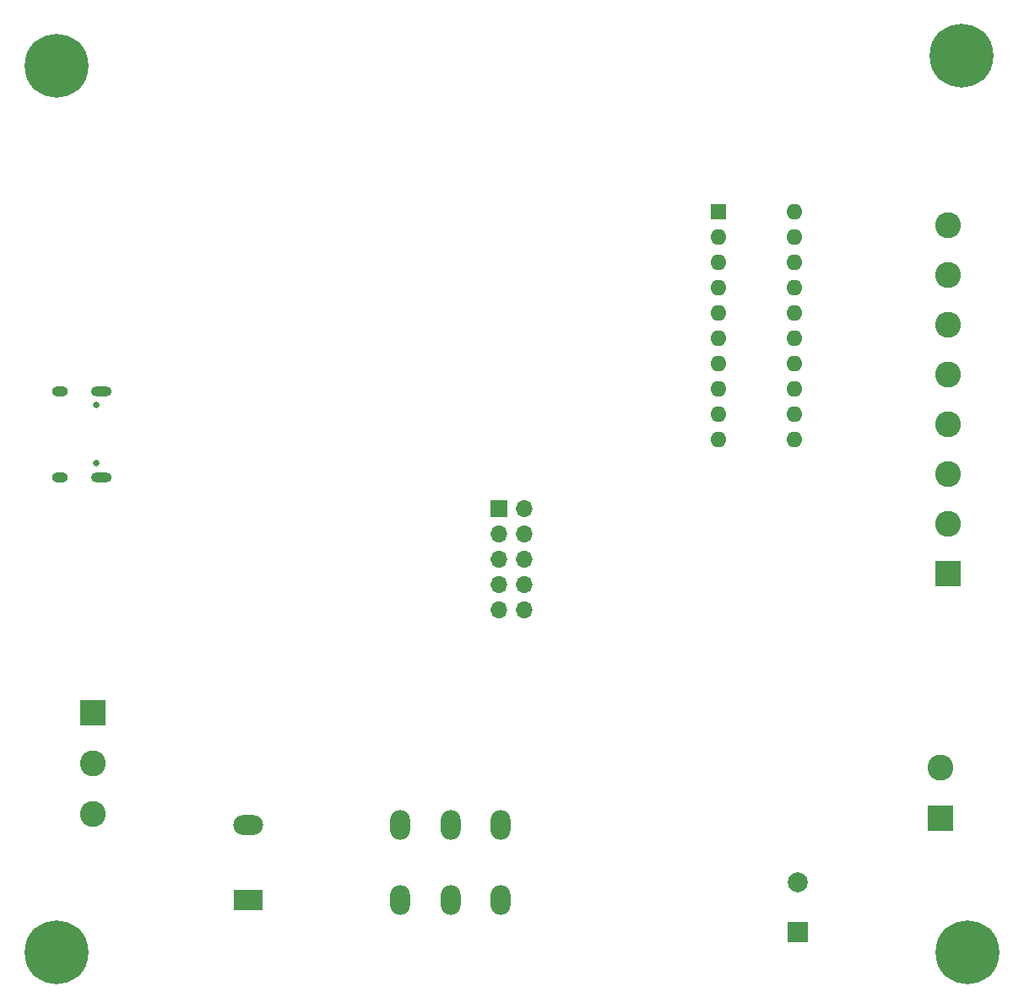
<source format=gbr>
%TF.GenerationSoftware,KiCad,Pcbnew,8.0.7*%
%TF.CreationDate,2024-12-30T15:33:00-05:00*%
%TF.ProjectId,IoT,496f542e-6b69-4636-9164-5f7063625858,rev?*%
%TF.SameCoordinates,Original*%
%TF.FileFunction,Soldermask,Bot*%
%TF.FilePolarity,Negative*%
%FSLAX46Y46*%
G04 Gerber Fmt 4.6, Leading zero omitted, Abs format (unit mm)*
G04 Created by KiCad (PCBNEW 8.0.7) date 2024-12-30 15:33:00*
%MOMM*%
%LPD*%
G01*
G04 APERTURE LIST*
%ADD10C,0.650000*%
%ADD11O,2.100000X1.000000*%
%ADD12O,1.600000X1.000000*%
%ADD13R,2.600000X2.600000*%
%ADD14C,2.600000*%
%ADD15R,1.600000X1.600000*%
%ADD16O,1.600000X1.600000*%
%ADD17O,2.000000X3.000000*%
%ADD18R,3.000000X2.000000*%
%ADD19O,3.000000X2.000000*%
%ADD20R,1.700000X1.700000*%
%ADD21O,1.700000X1.700000*%
%ADD22C,0.800000*%
%ADD23C,6.400000*%
%ADD24R,2.000000X2.000000*%
%ADD25C,2.000000*%
G04 APERTURE END LIST*
D10*
%TO.C,J1*%
X109600000Y-90110000D03*
X109600000Y-95890000D03*
D11*
X110130000Y-88680000D03*
D12*
X105950000Y-88680000D03*
D11*
X110130000Y-97320000D03*
D12*
X105950000Y-97320000D03*
%TD*%
D13*
%TO.C,J3*%
X109300000Y-121000000D03*
D14*
X109300000Y-126080000D03*
X109300000Y-131160000D03*
%TD*%
D15*
%TO.C,U5*%
X172000000Y-70680000D03*
D16*
X172000000Y-73220000D03*
X172000000Y-75760000D03*
X172000000Y-78300000D03*
X172000000Y-80840000D03*
X172000000Y-83380000D03*
X172000000Y-85920000D03*
X172000000Y-88460000D03*
X172000000Y-91000000D03*
X172000000Y-93540000D03*
X179620000Y-93540000D03*
X179620000Y-91000000D03*
X179620000Y-88460000D03*
X179620000Y-85920000D03*
X179620000Y-83380000D03*
X179620000Y-80840000D03*
X179620000Y-78300000D03*
X179620000Y-75760000D03*
X179620000Y-73220000D03*
X179620000Y-70680000D03*
%TD*%
D17*
%TO.C,K1*%
X145150000Y-132250000D03*
X145150000Y-139750000D03*
X140110000Y-132250000D03*
X140110000Y-139750000D03*
X150190000Y-132250000D03*
X150190000Y-139750000D03*
D18*
X124850000Y-139750000D03*
D19*
X124850000Y-132250000D03*
%TD*%
D20*
%TO.C,J6*%
X150000000Y-100460000D03*
D21*
X152540000Y-100460000D03*
X150000000Y-103000000D03*
X152540000Y-103000000D03*
X150000000Y-105540000D03*
X152540000Y-105540000D03*
X150000000Y-108080000D03*
X152540000Y-108080000D03*
X150000000Y-110620000D03*
X152540000Y-110620000D03*
%TD*%
D13*
%TO.C,J5*%
X194305000Y-131545000D03*
D14*
X194305000Y-126465000D03*
%TD*%
%TO.C,J4*%
X195000000Y-72000000D03*
X195000000Y-77000000D03*
X195000000Y-82000000D03*
X195000000Y-87000000D03*
X195000000Y-92000000D03*
X195000000Y-97000000D03*
X195000000Y-102000000D03*
D13*
X195000000Y-107000000D03*
%TD*%
D22*
%TO.C,H4*%
X194600000Y-145000000D03*
X195302944Y-143302944D03*
X195302944Y-146697056D03*
X197000000Y-142600000D03*
D23*
X197000000Y-145000000D03*
D22*
X197000000Y-147400000D03*
X198697056Y-143302944D03*
X198697056Y-146697056D03*
X199400000Y-145000000D03*
%TD*%
%TO.C,H3*%
X194000000Y-55000000D03*
X194702944Y-53302944D03*
X194702944Y-56697056D03*
X196400000Y-52600000D03*
D23*
X196400000Y-55000000D03*
D22*
X196400000Y-57400000D03*
X198097056Y-53302944D03*
X198097056Y-56697056D03*
X198800000Y-55000000D03*
%TD*%
%TO.C,H2*%
X103200000Y-145000000D03*
X103902944Y-143302944D03*
X103902944Y-146697056D03*
X105600000Y-142600000D03*
D23*
X105600000Y-145000000D03*
D22*
X105600000Y-147400000D03*
X107297056Y-143302944D03*
X107297056Y-146697056D03*
X108000000Y-145000000D03*
%TD*%
%TO.C,H1*%
X103200000Y-56000000D03*
X103902944Y-54302944D03*
X103902944Y-57697056D03*
X105600000Y-53600000D03*
D23*
X105600000Y-56000000D03*
D22*
X105600000Y-58400000D03*
X107297056Y-54302944D03*
X107297056Y-57697056D03*
X108000000Y-56000000D03*
%TD*%
D24*
%TO.C,C1*%
X180000000Y-143000000D03*
D25*
X180000000Y-138000000D03*
%TD*%
M02*

</source>
